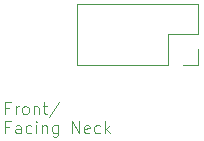
<source format=gbr>
%TF.GenerationSoftware,KiCad,Pcbnew,9.0.0*%
%TF.CreationDate,2025-03-11T10:13:07-07:00*%
%TF.ProjectId,360LPNeckfromBodyWithPinHeaders,3336304c-504e-4656-936b-66726f6d426f,rev?*%
%TF.SameCoordinates,Original*%
%TF.FileFunction,Legend,Top*%
%TF.FilePolarity,Positive*%
%FSLAX46Y46*%
G04 Gerber Fmt 4.6, Leading zero omitted, Abs format (unit mm)*
G04 Created by KiCad (PCBNEW 9.0.0) date 2025-03-11 10:13:07*
%MOMM*%
%LPD*%
G01*
G04 APERTURE LIST*
%ADD10C,0.100000*%
%ADD11C,0.120000*%
G04 APERTURE END LIST*
D10*
X21687217Y-35288665D02*
X21353884Y-35288665D01*
X21353884Y-35812475D02*
X21353884Y-34812475D01*
X21353884Y-34812475D02*
X21830074Y-34812475D01*
X22211027Y-35812475D02*
X22211027Y-35145808D01*
X22211027Y-35336284D02*
X22258646Y-35241046D01*
X22258646Y-35241046D02*
X22306265Y-35193427D01*
X22306265Y-35193427D02*
X22401503Y-35145808D01*
X22401503Y-35145808D02*
X22496741Y-35145808D01*
X22972932Y-35812475D02*
X22877694Y-35764856D01*
X22877694Y-35764856D02*
X22830075Y-35717236D01*
X22830075Y-35717236D02*
X22782456Y-35621998D01*
X22782456Y-35621998D02*
X22782456Y-35336284D01*
X22782456Y-35336284D02*
X22830075Y-35241046D01*
X22830075Y-35241046D02*
X22877694Y-35193427D01*
X22877694Y-35193427D02*
X22972932Y-35145808D01*
X22972932Y-35145808D02*
X23115789Y-35145808D01*
X23115789Y-35145808D02*
X23211027Y-35193427D01*
X23211027Y-35193427D02*
X23258646Y-35241046D01*
X23258646Y-35241046D02*
X23306265Y-35336284D01*
X23306265Y-35336284D02*
X23306265Y-35621998D01*
X23306265Y-35621998D02*
X23258646Y-35717236D01*
X23258646Y-35717236D02*
X23211027Y-35764856D01*
X23211027Y-35764856D02*
X23115789Y-35812475D01*
X23115789Y-35812475D02*
X22972932Y-35812475D01*
X23734837Y-35145808D02*
X23734837Y-35812475D01*
X23734837Y-35241046D02*
X23782456Y-35193427D01*
X23782456Y-35193427D02*
X23877694Y-35145808D01*
X23877694Y-35145808D02*
X24020551Y-35145808D01*
X24020551Y-35145808D02*
X24115789Y-35193427D01*
X24115789Y-35193427D02*
X24163408Y-35288665D01*
X24163408Y-35288665D02*
X24163408Y-35812475D01*
X24496742Y-35145808D02*
X24877694Y-35145808D01*
X24639599Y-34812475D02*
X24639599Y-35669617D01*
X24639599Y-35669617D02*
X24687218Y-35764856D01*
X24687218Y-35764856D02*
X24782456Y-35812475D01*
X24782456Y-35812475D02*
X24877694Y-35812475D01*
X25925313Y-34764856D02*
X25068171Y-36050570D01*
X21687217Y-36898609D02*
X21353884Y-36898609D01*
X21353884Y-37422419D02*
X21353884Y-36422419D01*
X21353884Y-36422419D02*
X21830074Y-36422419D01*
X22639598Y-37422419D02*
X22639598Y-36898609D01*
X22639598Y-36898609D02*
X22591979Y-36803371D01*
X22591979Y-36803371D02*
X22496741Y-36755752D01*
X22496741Y-36755752D02*
X22306265Y-36755752D01*
X22306265Y-36755752D02*
X22211027Y-36803371D01*
X22639598Y-37374800D02*
X22544360Y-37422419D01*
X22544360Y-37422419D02*
X22306265Y-37422419D01*
X22306265Y-37422419D02*
X22211027Y-37374800D01*
X22211027Y-37374800D02*
X22163408Y-37279561D01*
X22163408Y-37279561D02*
X22163408Y-37184323D01*
X22163408Y-37184323D02*
X22211027Y-37089085D01*
X22211027Y-37089085D02*
X22306265Y-37041466D01*
X22306265Y-37041466D02*
X22544360Y-37041466D01*
X22544360Y-37041466D02*
X22639598Y-36993847D01*
X23544360Y-37374800D02*
X23449122Y-37422419D01*
X23449122Y-37422419D02*
X23258646Y-37422419D01*
X23258646Y-37422419D02*
X23163408Y-37374800D01*
X23163408Y-37374800D02*
X23115789Y-37327180D01*
X23115789Y-37327180D02*
X23068170Y-37231942D01*
X23068170Y-37231942D02*
X23068170Y-36946228D01*
X23068170Y-36946228D02*
X23115789Y-36850990D01*
X23115789Y-36850990D02*
X23163408Y-36803371D01*
X23163408Y-36803371D02*
X23258646Y-36755752D01*
X23258646Y-36755752D02*
X23449122Y-36755752D01*
X23449122Y-36755752D02*
X23544360Y-36803371D01*
X23972932Y-37422419D02*
X23972932Y-36755752D01*
X23972932Y-36422419D02*
X23925313Y-36470038D01*
X23925313Y-36470038D02*
X23972932Y-36517657D01*
X23972932Y-36517657D02*
X24020551Y-36470038D01*
X24020551Y-36470038D02*
X23972932Y-36422419D01*
X23972932Y-36422419D02*
X23972932Y-36517657D01*
X24449122Y-36755752D02*
X24449122Y-37422419D01*
X24449122Y-36850990D02*
X24496741Y-36803371D01*
X24496741Y-36803371D02*
X24591979Y-36755752D01*
X24591979Y-36755752D02*
X24734836Y-36755752D01*
X24734836Y-36755752D02*
X24830074Y-36803371D01*
X24830074Y-36803371D02*
X24877693Y-36898609D01*
X24877693Y-36898609D02*
X24877693Y-37422419D01*
X25782455Y-36755752D02*
X25782455Y-37565276D01*
X25782455Y-37565276D02*
X25734836Y-37660514D01*
X25734836Y-37660514D02*
X25687217Y-37708133D01*
X25687217Y-37708133D02*
X25591979Y-37755752D01*
X25591979Y-37755752D02*
X25449122Y-37755752D01*
X25449122Y-37755752D02*
X25353884Y-37708133D01*
X25782455Y-37374800D02*
X25687217Y-37422419D01*
X25687217Y-37422419D02*
X25496741Y-37422419D01*
X25496741Y-37422419D02*
X25401503Y-37374800D01*
X25401503Y-37374800D02*
X25353884Y-37327180D01*
X25353884Y-37327180D02*
X25306265Y-37231942D01*
X25306265Y-37231942D02*
X25306265Y-36946228D01*
X25306265Y-36946228D02*
X25353884Y-36850990D01*
X25353884Y-36850990D02*
X25401503Y-36803371D01*
X25401503Y-36803371D02*
X25496741Y-36755752D01*
X25496741Y-36755752D02*
X25687217Y-36755752D01*
X25687217Y-36755752D02*
X25782455Y-36803371D01*
X27020551Y-37422419D02*
X27020551Y-36422419D01*
X27020551Y-36422419D02*
X27591979Y-37422419D01*
X27591979Y-37422419D02*
X27591979Y-36422419D01*
X28449122Y-37374800D02*
X28353884Y-37422419D01*
X28353884Y-37422419D02*
X28163408Y-37422419D01*
X28163408Y-37422419D02*
X28068170Y-37374800D01*
X28068170Y-37374800D02*
X28020551Y-37279561D01*
X28020551Y-37279561D02*
X28020551Y-36898609D01*
X28020551Y-36898609D02*
X28068170Y-36803371D01*
X28068170Y-36803371D02*
X28163408Y-36755752D01*
X28163408Y-36755752D02*
X28353884Y-36755752D01*
X28353884Y-36755752D02*
X28449122Y-36803371D01*
X28449122Y-36803371D02*
X28496741Y-36898609D01*
X28496741Y-36898609D02*
X28496741Y-36993847D01*
X28496741Y-36993847D02*
X28020551Y-37089085D01*
X29353884Y-37374800D02*
X29258646Y-37422419D01*
X29258646Y-37422419D02*
X29068170Y-37422419D01*
X29068170Y-37422419D02*
X28972932Y-37374800D01*
X28972932Y-37374800D02*
X28925313Y-37327180D01*
X28925313Y-37327180D02*
X28877694Y-37231942D01*
X28877694Y-37231942D02*
X28877694Y-36946228D01*
X28877694Y-36946228D02*
X28925313Y-36850990D01*
X28925313Y-36850990D02*
X28972932Y-36803371D01*
X28972932Y-36803371D02*
X29068170Y-36755752D01*
X29068170Y-36755752D02*
X29258646Y-36755752D01*
X29258646Y-36755752D02*
X29353884Y-36803371D01*
X29782456Y-37422419D02*
X29782456Y-36422419D01*
X29877694Y-37041466D02*
X30163408Y-37422419D01*
X30163408Y-36755752D02*
X29782456Y-37136704D01*
D11*
%TO.C,J2*%
X27400000Y-31655000D02*
X27400000Y-26455000D01*
X35080000Y-29055000D02*
X37680000Y-29055000D01*
X35080000Y-31655000D02*
X27400000Y-31655000D01*
X35080000Y-31655000D02*
X35080000Y-29055000D01*
X36350000Y-31655000D02*
X37680000Y-31655000D01*
X37680000Y-26455000D02*
X27400000Y-26455000D01*
X37680000Y-29055000D02*
X37680000Y-26455000D01*
X37680000Y-31655000D02*
X37680000Y-30325000D01*
%TD*%
M02*

</source>
